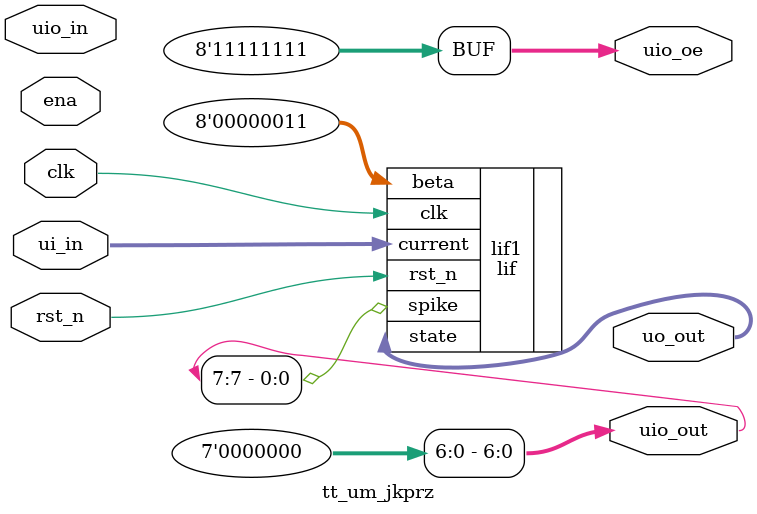
<source format=v>
`default_nettype none

module tt_um_jkprz (
    input  wire [7:0] ui_in,    // Dedicated inputs - connected to the input switches
    output wire [7:0] uo_out,   // Dedicated outputs - connected to the 7 segment display
    input  wire [7:0] uio_in,   // IOs: Bidirectional Input path
    output wire [7:0] uio_out,  // IOs: Bidirectional Output path
    output wire [7:0] uio_oe,   // IOs: Bidirectional Enable path (active high: 0=input, 1=output)
    input  wire       ena,      // will go high when the design is enabled
    input  wire       clk,      // clock
    input  wire       rst_n     // reset_n - low to reset
);

        //parameter int WEIGHT = 1;
        //reg [7:0] junk = 8'b00000000;

        // use bidirectionals as outputs
        assign uio_oe = 8'b11111111;
        //assign uio_out[5:0] = 6'd0;
        assign uio_out[6:0] = 7'd0;

/*
        if(!ena) // error unhappy with not using ena or uio_in
        begin
            junk <= uio_in;
        end
*/


        // instantiate lif neuron
        //lif lif1(.current(ui_in), .clk(clk), .rst_n(rst_n), .spike(uio_out[7]), .state(uo_out));
        lif lif1(.current(ui_in), .clk(clk), .rst_n(rst_n), .beta(8'b00000011), .spike(uio_out[7]), .state(uo_out));

        // Trying to add more, but it's not happy with this.
        //lif lif2(.current(ui_in), .clk(clk), .rst_n(rst_n), .beta(8'b00000011), .spike(uio_out[6]), .state(uo_out));
        // lif lif2(.current({uio_out[7], 7'b0000000}), .clk(clk), .rst_n(rst_n), .spike(uio_out[6]), .state(uo_out));

endmodule

</source>
